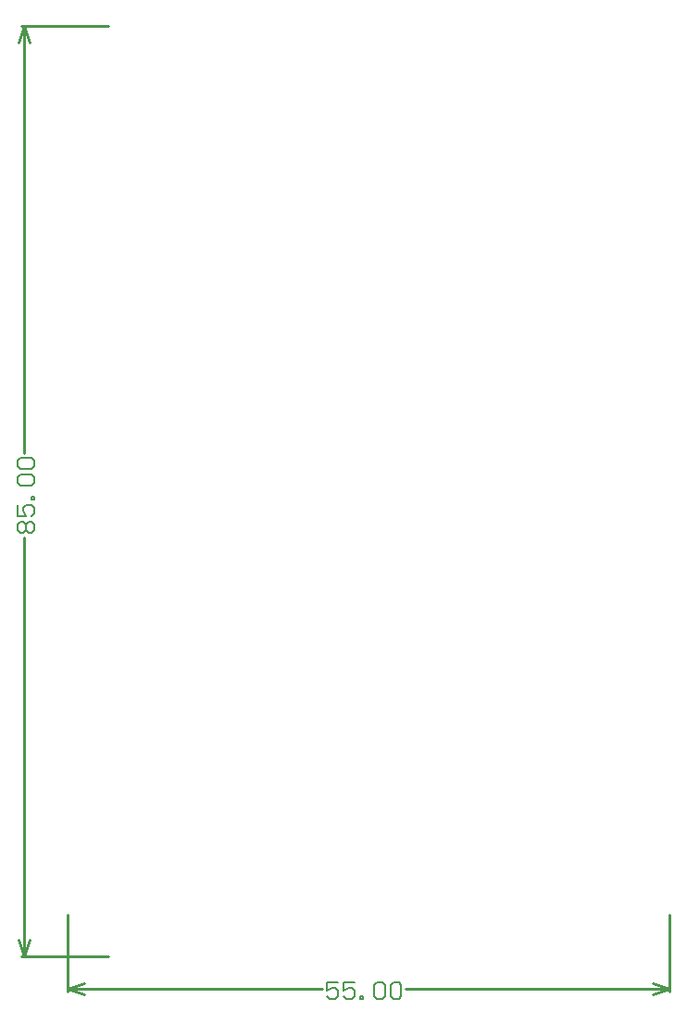
<source format=gm1>
G04*
G04 #@! TF.GenerationSoftware,Altium Limited,Altium Designer,19.0.8 (182)*
G04*
G04 Layer_Color=16711935*
%FSLAX25Y25*%
%MOIN*%
G70*
G01*
G75*
%ADD19C,0.00600*%
%ADD70C,0.01000*%
D19*
X-17147Y152227D02*
X-18147Y153227D01*
Y155226D01*
X-17147Y156226D01*
X-16148D01*
X-15148Y155226D01*
X-14148Y156226D01*
X-13149D01*
X-12149Y155226D01*
Y153227D01*
X-13149Y152227D01*
X-14148D01*
X-15148Y153227D01*
X-16148Y152227D01*
X-17147D01*
X-15148Y153227D02*
Y155226D01*
X-18147Y162224D02*
Y158225D01*
X-15148D01*
X-16148Y160225D01*
Y161224D01*
X-15148Y162224D01*
X-13149D01*
X-12149Y161224D01*
Y159225D01*
X-13149Y158225D01*
X-12149Y164223D02*
X-13149D01*
Y165223D01*
X-12149D01*
Y164223D01*
X-17147Y169222D02*
X-18147Y170221D01*
Y172221D01*
X-17147Y173220D01*
X-13149D01*
X-12149Y172221D01*
Y170221D01*
X-13149Y169222D01*
X-17147D01*
Y175220D02*
X-18147Y176219D01*
Y178219D01*
X-17147Y179218D01*
X-13149D01*
X-12149Y178219D01*
Y176219D01*
X-13149Y175220D01*
X-17147D01*
X97171Y-9412D02*
X93172D01*
Y-12411D01*
X95171Y-11411D01*
X96171D01*
X97171Y-12411D01*
Y-14410D01*
X96171Y-15410D01*
X94172D01*
X93172Y-14410D01*
X103169Y-9412D02*
X99170D01*
Y-12411D01*
X101170Y-11411D01*
X102169D01*
X103169Y-12411D01*
Y-14410D01*
X102169Y-15410D01*
X100170D01*
X99170Y-14410D01*
X105168Y-15410D02*
Y-14410D01*
X106168D01*
Y-15410D01*
X105168D01*
X110167Y-10412D02*
X111166Y-9412D01*
X113166D01*
X114165Y-10412D01*
Y-14410D01*
X113166Y-15410D01*
X111166D01*
X110167Y-14410D01*
Y-10412D01*
X116165D02*
X117164Y-9412D01*
X119164D01*
X120163Y-10412D01*
Y-14410D01*
X119164Y-15410D01*
X117164D01*
X116165Y-14410D01*
Y-10412D01*
D70*
X-17748Y6000D02*
X-15748Y0D01*
X-13748Y6000D01*
X-15748Y334646D02*
X-13748Y328646D01*
X-17748D02*
X-15748Y334646D01*
Y0D02*
Y150627D01*
Y180818D02*
Y334646D01*
X-16748Y0D02*
X14698D01*
X-16748Y334646D02*
X14698D01*
X210535Y-13811D02*
X216535Y-11811D01*
X210535Y-9811D02*
X216535Y-11811D01*
X0D02*
X6000Y-9811D01*
X0Y-11811D02*
X6000Y-13811D01*
X121763Y-11811D02*
X216535D01*
X0D02*
X91572D01*
X216535Y-12811D02*
Y14698D01*
X0Y-12811D02*
Y14698D01*
M02*

</source>
